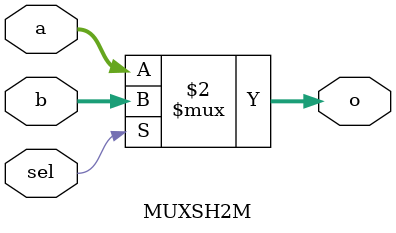
<source format=v>
`timescale 1ns / 1ps
module MUXSH2M(
	input [63:0]a,
	input [63:0]b,
	input sel,
	output [63:0]o
    );

assign o=(sel==0)?a:b;

endmodule

</source>
